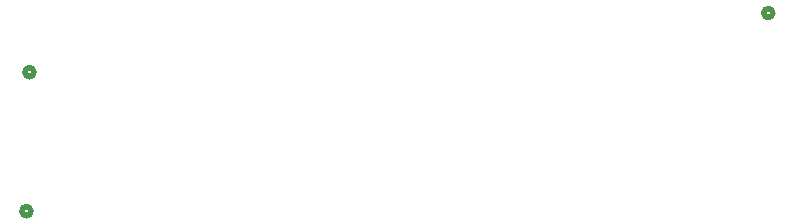
<source format=gbr>
%TF.GenerationSoftware,KiCad,Pcbnew,9.0.0*%
%TF.CreationDate,2025-02-23T12:28:02-06:00*%
%TF.ProjectId,PicoPowerManagement,5069636f-506f-4776-9572-4d616e616765,rev?*%
%TF.SameCoordinates,Original*%
%TF.FileFunction,Legend,Bot*%
%TF.FilePolarity,Positive*%
%FSLAX46Y46*%
G04 Gerber Fmt 4.6, Leading zero omitted, Abs format (unit mm)*
G04 Created by KiCad (PCBNEW 9.0.0) date 2025-02-23 12:28:02*
%MOMM*%
%LPD*%
G01*
G04 APERTURE LIST*
%ADD10C,0.508000*%
G04 APERTURE END LIST*
D10*
%TO.C,J11*%
X146931599Y-58393500D02*
G75*
G02*
X146169599Y-58393500I-381000J0D01*
G01*
X146169599Y-58393500D02*
G75*
G02*
X146931599Y-58393500I381000J0D01*
G01*
%TO.C,J8*%
X84127150Y-75166000D02*
G75*
G02*
X83365150Y-75166000I-381000J0D01*
G01*
X83365150Y-75166000D02*
G75*
G02*
X84127150Y-75166000I381000J0D01*
G01*
%TO.C,J7*%
X84381000Y-63402600D02*
G75*
G02*
X83619000Y-63402600I-381000J0D01*
G01*
X83619000Y-63402600D02*
G75*
G02*
X84381000Y-63402600I381000J0D01*
G01*
%TD*%
M02*

</source>
